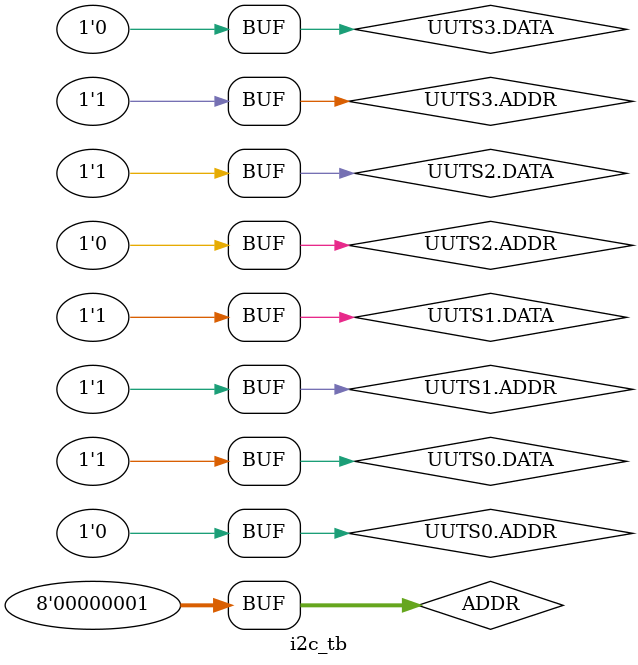
<source format=v>
`timescale 1ns/1ns
`include "finalprojtb.v"
module i2c_tb;
// reg RX=0;
// reg CLK=0;
reg[7:0]ADDR;
wire ADDR_TX;
wire INPUTDATA;
wire SCLK;
wire [3:0]SLAVEOUT;
assign INPUTDATA=|SLAVEOUT;
master_device UUTM0(.ADDR(ADDR),.TX(ADDR_TX),.IN_DATA(INPUTDATA),.SCLK(SCLK));
slave_devices UUTS0(.OUT(SLAVEOUT[0]),.RX(ADDR_TX),.SCLK(SCLK));
slave_devices UUTS1(.OUT(SLAVEOUT[1]),.RX(ADDR_TX),.SCLK(SCLK));
slave_devices UUTS2(.OUT(SLAVEOUT[2]),.RX(ADDR_TX),.SCLK(SCLK));
slave_devices UUTS3(.OUT(SLAVEOUT[3]),.RX(ADDR_TX),.SCLK(SCLK));

    initial begin
        $dumpfile("i2c.vcd");
        $dumpvars(0,i2c_tb);

        UUTS0.ADDR=8'h1A;
        UUTS0.DATA=8'h5D;

        UUTS1.ADDR=8'h1B;
        UUTS1.DATA=8'h3F;

        UUTS2.ADDR=8'h2A;
        UUTS2.DATA=8'h41;

        UUTS3.ADDR=8'h2B;
        UUTS3.DATA=8'h6C;

        ADDR=UUTS0.ADDR;#500;
        ADDR=UUTS1.ADDR;#500;
        ADDR=UUTS2.ADDR;#500;
        ADDR=UUTS3.ADDR;#500;

    end
endmodule

</source>
